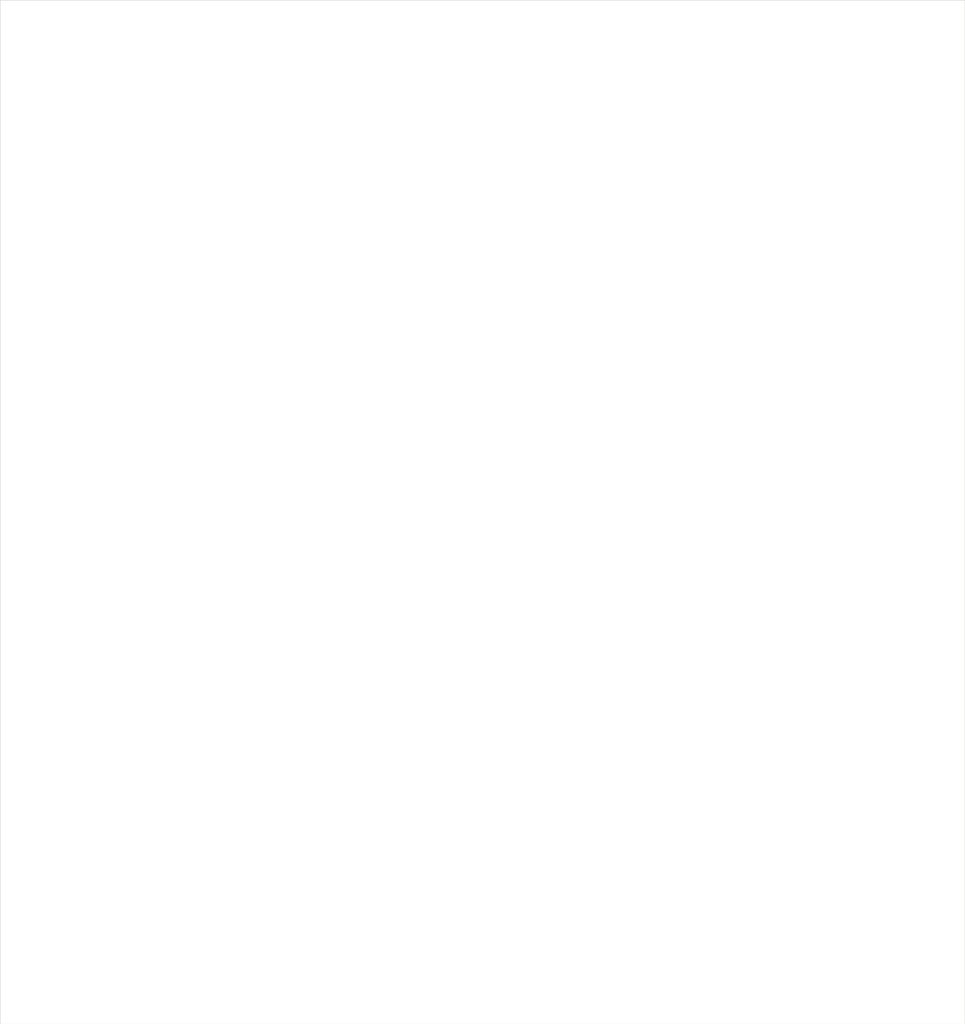
<source format=kicad_pcb>
(kicad_pcb (version 20241229) (generator "pcbnew") (generator_version "9.0")
  (layers (0 "F.Cu" signal) (4 "In1.Cu" signal) (6 "In2.Cu" signal) (2 "B.Cu" signal) (13 "F.Paste" user) (15 "B.Paste" user) (5 "F.SilkS" user "F.Silkscreen") (7 "B.SilkS" user "B.Silkscreen") (1 "F.Mask" user) (3 "B.Mask" user) (25 "Edge.Cuts" user))
  (property "CREATION_DATE" "2025-02-13")
  (property "DESIGNER" "mvv")
  (property "REVIEWER" "")
  (net 0 "")
  (gr_rect (start 50.1 33.00082) (end 150.4 139.35082) (stroke (width 0.05)) (fill no) (layer "Edge.Cuts"))
)
</source>
